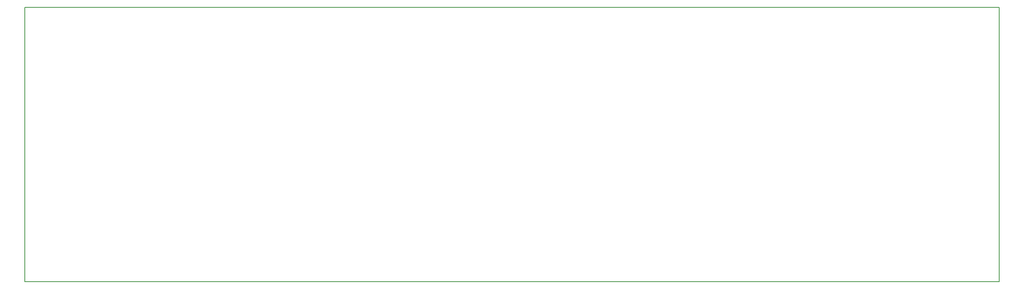
<source format=gbr>
G04 #@! TF.FileFunction,Profile,NP*
%FSLAX46Y46*%
G04 Gerber Fmt 4.6, Leading zero omitted, Abs format (unit mm)*
G04 Created by KiCad (PCBNEW 4.0.2-stable) date maandag 04 september 2017 19:29:27*
%MOMM*%
G01*
G04 APERTURE LIST*
%ADD10C,0.100000*%
%ADD11C,0.150000*%
G04 APERTURE END LIST*
D10*
D11*
X27500000Y-80000000D02*
X27500000Y-140000000D01*
X240490000Y-80000000D02*
X27500000Y-80000000D01*
X240490000Y-140000000D02*
X240490000Y-80000000D01*
X27500000Y-140000000D02*
X240490000Y-140000000D01*
M02*

</source>
